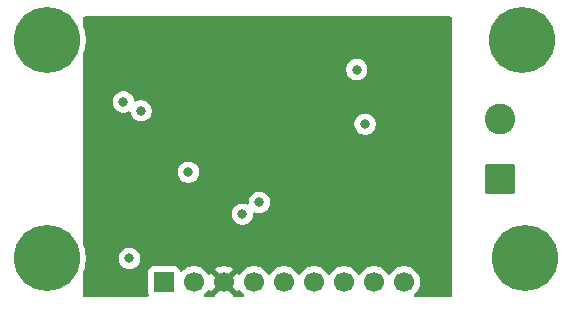
<source format=gbr>
%TF.GenerationSoftware,KiCad,Pcbnew,9.0.3*%
%TF.CreationDate,2025-12-07T20:25:51-06:00*%
%TF.ProjectId,VoltmeterFrontEnd_b,566f6c74-6d65-4746-9572-46726f6e7445,rev?*%
%TF.SameCoordinates,Original*%
%TF.FileFunction,Copper,L4,Bot*%
%TF.FilePolarity,Positive*%
%FSLAX46Y46*%
G04 Gerber Fmt 4.6, Leading zero omitted, Abs format (unit mm)*
G04 Created by KiCad (PCBNEW 9.0.3) date 2025-12-07 20:25:51*
%MOMM*%
%LPD*%
G01*
G04 APERTURE LIST*
G04 Aperture macros list*
%AMRoundRect*
0 Rectangle with rounded corners*
0 $1 Rounding radius*
0 $2 $3 $4 $5 $6 $7 $8 $9 X,Y pos of 4 corners*
0 Add a 4 corners polygon primitive as box body*
4,1,4,$2,$3,$4,$5,$6,$7,$8,$9,$2,$3,0*
0 Add four circle primitives for the rounded corners*
1,1,$1+$1,$2,$3*
1,1,$1+$1,$4,$5*
1,1,$1+$1,$6,$7*
1,1,$1+$1,$8,$9*
0 Add four rect primitives between the rounded corners*
20,1,$1+$1,$2,$3,$4,$5,0*
20,1,$1+$1,$4,$5,$6,$7,0*
20,1,$1+$1,$6,$7,$8,$9,0*
20,1,$1+$1,$8,$9,$2,$3,0*%
G04 Aperture macros list end*
%TA.AperFunction,ComponentPad*%
%ADD10C,1.700000*%
%TD*%
%TA.AperFunction,ComponentPad*%
%ADD11R,1.700000X1.700000*%
%TD*%
%TA.AperFunction,ConnectorPad*%
%ADD12C,5.600000*%
%TD*%
%TA.AperFunction,ComponentPad*%
%ADD13C,3.600000*%
%TD*%
%TA.AperFunction,ComponentPad*%
%ADD14RoundRect,0.250000X1.050000X-1.050000X1.050000X1.050000X-1.050000X1.050000X-1.050000X-1.050000X0*%
%TD*%
%TA.AperFunction,ComponentPad*%
%ADD15C,2.600000*%
%TD*%
%TA.AperFunction,ViaPad*%
%ADD16C,0.800000*%
%TD*%
G04 APERTURE END LIST*
D10*
%TO.P,J1,9,Pin_9*%
%TO.N,/ADC-1*%
X124250000Y-86000000D03*
%TO.P,J1,8,Pin_8*%
%TO.N,/V Ref to ADS-0*%
X121710000Y-86000000D03*
%TO.P,J1,7,Pin_7*%
%TO.N,unconnected-(J1-Pin_7-Pad7)*%
X119170000Y-86000000D03*
%TO.P,J1,6,Pin_6*%
%TO.N,unconnected-(J1-Pin_6-Pad6)*%
X116630000Y-86000000D03*
%TO.P,J1,5,Pin_5*%
%TO.N,unconnected-(J1-Pin_5-Pad5)*%
X114090000Y-86000000D03*
%TO.P,J1,4,Pin_4*%
%TO.N,MOSFET_Ctrl*%
X111550000Y-86000000D03*
%TO.P,J1,3,Pin_3*%
%TO.N,GND*%
X109010000Y-86000000D03*
%TO.P,J1,2,Pin_2*%
%TO.N,VDD*%
X106470000Y-86000000D03*
D11*
%TO.P,J1,1,Pin_1*%
%TO.N,+9V*%
X103930000Y-86000000D03*
%TD*%
D12*
%TO.P,H3,1*%
%TO.N,N/C*%
X134500000Y-84000000D03*
D13*
X134500000Y-84000000D03*
%TD*%
D12*
%TO.P,H4,1*%
%TO.N,N/C*%
X94000000Y-84000000D03*
D13*
X94000000Y-84000000D03*
%TD*%
D14*
%TO.P,J15,1,Pin_1*%
%TO.N,V_Input_REF*%
X132417500Y-77297000D03*
D15*
%TO.P,J15,2,Pin_2*%
%TO.N,V_Input_Float*%
X132417500Y-72217000D03*
%TD*%
D13*
%TO.P,H2,1*%
%TO.N,N/C*%
X134250000Y-65500000D03*
D12*
X134250000Y-65500000D03*
%TD*%
D13*
%TO.P,H1,1*%
%TO.N,N/C*%
X94000000Y-65500000D03*
D12*
X94000000Y-65500000D03*
%TD*%
D16*
%TO.N,VDD*%
X100500000Y-70750000D03*
X101000000Y-84000000D03*
%TO.N,GND*%
X101000000Y-77250000D03*
%TO.N,VDD*%
X120250000Y-68000000D03*
X112000000Y-79250000D03*
X106000000Y-76698843D03*
%TO.N,GND*%
X123086000Y-68000000D03*
X106750000Y-66000000D03*
X109000000Y-71500000D03*
X113481500Y-74002000D03*
%TO.N,/ADC-1*%
X120961000Y-72627000D03*
%TO.N,MOSFET_Ctrl*%
X102000000Y-71500000D03*
X110571000Y-80252000D03*
%TD*%
%TA.AperFunction,Conductor*%
%TO.N,GND*%
G36*
X128243039Y-63521685D02*
G01*
X128288794Y-63574489D01*
X128300000Y-63626000D01*
X128300000Y-87128000D01*
X128280315Y-87195039D01*
X128227511Y-87240794D01*
X128176000Y-87252000D01*
X125206012Y-87252000D01*
X125138973Y-87232315D01*
X125093218Y-87179511D01*
X125083274Y-87110353D01*
X125112299Y-87046797D01*
X125126497Y-87033766D01*
X125126079Y-87033276D01*
X125129786Y-87030108D01*
X125129792Y-87030104D01*
X125280104Y-86879792D01*
X125280106Y-86879788D01*
X125280109Y-86879786D01*
X125405048Y-86707820D01*
X125405047Y-86707820D01*
X125405051Y-86707816D01*
X125501557Y-86518412D01*
X125567246Y-86316243D01*
X125600500Y-86106287D01*
X125600500Y-85893713D01*
X125567246Y-85683757D01*
X125501557Y-85481588D01*
X125405051Y-85292184D01*
X125405049Y-85292181D01*
X125405048Y-85292179D01*
X125280109Y-85120213D01*
X125129786Y-84969890D01*
X124957820Y-84844951D01*
X124768414Y-84748444D01*
X124768413Y-84748443D01*
X124768412Y-84748443D01*
X124566243Y-84682754D01*
X124566241Y-84682753D01*
X124566240Y-84682753D01*
X124404957Y-84657208D01*
X124356287Y-84649500D01*
X124143713Y-84649500D01*
X124095042Y-84657208D01*
X123933760Y-84682753D01*
X123731585Y-84748444D01*
X123542179Y-84844951D01*
X123370213Y-84969890D01*
X123219890Y-85120213D01*
X123094949Y-85292182D01*
X123090484Y-85300946D01*
X123042509Y-85351742D01*
X122974688Y-85368536D01*
X122908553Y-85345998D01*
X122869516Y-85300946D01*
X122865050Y-85292182D01*
X122740109Y-85120213D01*
X122589786Y-84969890D01*
X122417820Y-84844951D01*
X122228414Y-84748444D01*
X122228413Y-84748443D01*
X122228412Y-84748443D01*
X122026243Y-84682754D01*
X122026241Y-84682753D01*
X122026240Y-84682753D01*
X121864957Y-84657208D01*
X121816287Y-84649500D01*
X121603713Y-84649500D01*
X121555042Y-84657208D01*
X121393760Y-84682753D01*
X121191585Y-84748444D01*
X121002179Y-84844951D01*
X120830213Y-84969890D01*
X120679890Y-85120213D01*
X120554949Y-85292182D01*
X120550484Y-85300946D01*
X120502509Y-85351742D01*
X120434688Y-85368536D01*
X120368553Y-85345998D01*
X120329516Y-85300946D01*
X120325050Y-85292182D01*
X120200109Y-85120213D01*
X120049786Y-84969890D01*
X119877820Y-84844951D01*
X119688414Y-84748444D01*
X119688413Y-84748443D01*
X119688412Y-84748443D01*
X119486243Y-84682754D01*
X119486241Y-84682753D01*
X119486240Y-84682753D01*
X119324957Y-84657208D01*
X119276287Y-84649500D01*
X119063713Y-84649500D01*
X119015042Y-84657208D01*
X118853760Y-84682753D01*
X118651585Y-84748444D01*
X118462179Y-84844951D01*
X118290213Y-84969890D01*
X118139890Y-85120213D01*
X118014949Y-85292182D01*
X118010484Y-85300946D01*
X117962509Y-85351742D01*
X117894688Y-85368536D01*
X117828553Y-85345998D01*
X117789516Y-85300946D01*
X117785050Y-85292182D01*
X117660109Y-85120213D01*
X117509786Y-84969890D01*
X117337820Y-84844951D01*
X117148414Y-84748444D01*
X117148413Y-84748443D01*
X117148412Y-84748443D01*
X116946243Y-84682754D01*
X116946241Y-84682753D01*
X116946240Y-84682753D01*
X116784957Y-84657208D01*
X116736287Y-84649500D01*
X116523713Y-84649500D01*
X116475042Y-84657208D01*
X116313760Y-84682753D01*
X116111585Y-84748444D01*
X115922179Y-84844951D01*
X115750213Y-84969890D01*
X115599890Y-85120213D01*
X115474949Y-85292182D01*
X115470484Y-85300946D01*
X115422509Y-85351742D01*
X115354688Y-85368536D01*
X115288553Y-85345998D01*
X115249516Y-85300946D01*
X115245050Y-85292182D01*
X115120109Y-85120213D01*
X114969786Y-84969890D01*
X114797820Y-84844951D01*
X114608414Y-84748444D01*
X114608413Y-84748443D01*
X114608412Y-84748443D01*
X114406243Y-84682754D01*
X114406241Y-84682753D01*
X114406240Y-84682753D01*
X114244957Y-84657208D01*
X114196287Y-84649500D01*
X113983713Y-84649500D01*
X113935042Y-84657208D01*
X113773760Y-84682753D01*
X113571585Y-84748444D01*
X113382179Y-84844951D01*
X113210213Y-84969890D01*
X113059890Y-85120213D01*
X112934949Y-85292182D01*
X112930484Y-85300946D01*
X112882509Y-85351742D01*
X112814688Y-85368536D01*
X112748553Y-85345998D01*
X112709516Y-85300946D01*
X112705050Y-85292182D01*
X112580109Y-85120213D01*
X112429786Y-84969890D01*
X112257820Y-84844951D01*
X112068414Y-84748444D01*
X112068413Y-84748443D01*
X112068412Y-84748443D01*
X111866243Y-84682754D01*
X111866241Y-84682753D01*
X111866240Y-84682753D01*
X111704957Y-84657208D01*
X111656287Y-84649500D01*
X111443713Y-84649500D01*
X111395042Y-84657208D01*
X111233760Y-84682753D01*
X111031585Y-84748444D01*
X110842179Y-84844951D01*
X110670213Y-84969890D01*
X110519890Y-85120213D01*
X110394949Y-85292182D01*
X110390202Y-85301499D01*
X110342227Y-85352293D01*
X110274405Y-85369087D01*
X110208271Y-85346548D01*
X110169234Y-85301495D01*
X110164626Y-85292452D01*
X110125270Y-85238282D01*
X110125269Y-85238282D01*
X109492962Y-85870590D01*
X109475925Y-85807007D01*
X109410099Y-85692993D01*
X109317007Y-85599901D01*
X109202993Y-85534075D01*
X109139409Y-85517037D01*
X109771716Y-84884728D01*
X109717550Y-84845375D01*
X109528217Y-84748904D01*
X109326129Y-84683242D01*
X109116246Y-84650000D01*
X108903754Y-84650000D01*
X108693872Y-84683242D01*
X108693869Y-84683242D01*
X108491782Y-84748904D01*
X108302439Y-84845380D01*
X108248282Y-84884727D01*
X108248282Y-84884728D01*
X108880591Y-85517037D01*
X108817007Y-85534075D01*
X108702993Y-85599901D01*
X108609901Y-85692993D01*
X108544075Y-85807007D01*
X108527037Y-85870591D01*
X107894728Y-85238282D01*
X107894727Y-85238282D01*
X107855380Y-85292440D01*
X107855376Y-85292446D01*
X107850760Y-85301505D01*
X107802781Y-85352297D01*
X107734959Y-85369087D01*
X107668826Y-85346543D01*
X107629794Y-85301493D01*
X107625051Y-85292184D01*
X107625049Y-85292181D01*
X107625048Y-85292179D01*
X107500109Y-85120213D01*
X107349786Y-84969890D01*
X107177820Y-84844951D01*
X106988414Y-84748444D01*
X106988413Y-84748443D01*
X106988412Y-84748443D01*
X106786243Y-84682754D01*
X106786241Y-84682753D01*
X106786240Y-84682753D01*
X106624957Y-84657208D01*
X106576287Y-84649500D01*
X106363713Y-84649500D01*
X106315042Y-84657208D01*
X106153760Y-84682753D01*
X105951585Y-84748444D01*
X105762179Y-84844951D01*
X105590215Y-84969889D01*
X105476673Y-85083431D01*
X105415350Y-85116915D01*
X105345658Y-85111931D01*
X105289725Y-85070059D01*
X105272810Y-85039082D01*
X105223797Y-84907671D01*
X105223793Y-84907664D01*
X105137547Y-84792455D01*
X105137544Y-84792452D01*
X105022335Y-84706206D01*
X105022328Y-84706202D01*
X104887482Y-84655908D01*
X104887483Y-84655908D01*
X104827883Y-84649501D01*
X104827881Y-84649500D01*
X104827873Y-84649500D01*
X104827864Y-84649500D01*
X103032129Y-84649500D01*
X103032123Y-84649501D01*
X102972516Y-84655908D01*
X102837671Y-84706202D01*
X102837664Y-84706206D01*
X102722455Y-84792452D01*
X102722452Y-84792455D01*
X102636206Y-84907664D01*
X102636202Y-84907671D01*
X102585908Y-85042517D01*
X102579501Y-85102116D01*
X102579500Y-85102135D01*
X102579500Y-86897870D01*
X102579501Y-86897876D01*
X102585908Y-86957483D01*
X102633345Y-87084667D01*
X102638329Y-87154359D01*
X102604844Y-87215682D01*
X102543520Y-87249166D01*
X102517163Y-87252000D01*
X97218000Y-87252000D01*
X97150961Y-87232315D01*
X97105206Y-87179511D01*
X97094000Y-87128000D01*
X97094000Y-85179710D01*
X97103439Y-85132256D01*
X97111314Y-85113246D01*
X97205449Y-84802923D01*
X97205451Y-84802913D01*
X97205454Y-84802902D01*
X97250977Y-84574038D01*
X97268714Y-84484868D01*
X97300500Y-84162143D01*
X97300500Y-83911304D01*
X100099500Y-83911304D01*
X100099500Y-84088695D01*
X100134103Y-84262658D01*
X100134106Y-84262667D01*
X100201983Y-84426540D01*
X100201990Y-84426553D01*
X100300535Y-84574034D01*
X100300538Y-84574038D01*
X100425961Y-84699461D01*
X100425965Y-84699464D01*
X100573446Y-84798009D01*
X100573459Y-84798016D01*
X100687796Y-84845375D01*
X100737334Y-84865894D01*
X100737336Y-84865894D01*
X100737341Y-84865896D01*
X100911304Y-84900499D01*
X100911307Y-84900500D01*
X100911309Y-84900500D01*
X101088693Y-84900500D01*
X101088694Y-84900499D01*
X101167987Y-84884727D01*
X101262658Y-84865896D01*
X101262661Y-84865894D01*
X101262666Y-84865894D01*
X101426547Y-84798013D01*
X101574035Y-84699464D01*
X101699464Y-84574035D01*
X101798013Y-84426547D01*
X101865894Y-84262666D01*
X101900500Y-84088691D01*
X101900500Y-83911309D01*
X101900500Y-83911306D01*
X101900499Y-83911304D01*
X101865896Y-83737341D01*
X101865893Y-83737332D01*
X101798016Y-83573459D01*
X101798009Y-83573446D01*
X101699464Y-83425965D01*
X101699461Y-83425961D01*
X101574038Y-83300538D01*
X101574034Y-83300535D01*
X101426553Y-83201990D01*
X101426540Y-83201983D01*
X101262667Y-83134106D01*
X101262658Y-83134103D01*
X101088694Y-83099500D01*
X101088691Y-83099500D01*
X100911309Y-83099500D01*
X100911306Y-83099500D01*
X100737341Y-83134103D01*
X100737332Y-83134106D01*
X100573459Y-83201983D01*
X100573446Y-83201990D01*
X100425965Y-83300535D01*
X100425961Y-83300538D01*
X100300538Y-83425961D01*
X100300535Y-83425965D01*
X100201990Y-83573446D01*
X100201983Y-83573459D01*
X100134106Y-83737332D01*
X100134103Y-83737341D01*
X100099500Y-83911304D01*
X97300500Y-83911304D01*
X97300500Y-83837857D01*
X97268714Y-83515132D01*
X97226029Y-83300538D01*
X97205454Y-83197097D01*
X97205451Y-83197086D01*
X97205450Y-83197083D01*
X97205449Y-83197077D01*
X97111314Y-82886754D01*
X97103439Y-82867741D01*
X97094000Y-82820289D01*
X97094000Y-80163304D01*
X109670500Y-80163304D01*
X109670500Y-80340695D01*
X109705103Y-80514658D01*
X109705106Y-80514667D01*
X109772983Y-80678540D01*
X109772990Y-80678553D01*
X109871535Y-80826034D01*
X109871538Y-80826038D01*
X109996961Y-80951461D01*
X109996965Y-80951464D01*
X110144446Y-81050009D01*
X110144459Y-81050016D01*
X110267363Y-81100923D01*
X110308334Y-81117894D01*
X110308336Y-81117894D01*
X110308341Y-81117896D01*
X110482304Y-81152499D01*
X110482307Y-81152500D01*
X110482309Y-81152500D01*
X110659693Y-81152500D01*
X110659694Y-81152499D01*
X110717682Y-81140964D01*
X110833658Y-81117896D01*
X110833661Y-81117894D01*
X110833666Y-81117894D01*
X110997547Y-81050013D01*
X111145035Y-80951464D01*
X111270464Y-80826035D01*
X111369013Y-80678547D01*
X111436894Y-80514666D01*
X111471500Y-80340691D01*
X111471500Y-80191361D01*
X111491185Y-80124322D01*
X111543989Y-80078567D01*
X111613147Y-80068623D01*
X111642951Y-80076799D01*
X111737334Y-80115894D01*
X111737336Y-80115894D01*
X111737341Y-80115896D01*
X111911304Y-80150499D01*
X111911307Y-80150500D01*
X111911309Y-80150500D01*
X112088693Y-80150500D01*
X112088694Y-80150499D01*
X112146682Y-80138964D01*
X112262658Y-80115896D01*
X112262661Y-80115894D01*
X112262666Y-80115894D01*
X112426547Y-80048013D01*
X112574035Y-79949464D01*
X112699464Y-79824035D01*
X112798013Y-79676547D01*
X112865894Y-79512666D01*
X112877566Y-79453990D01*
X112888964Y-79396682D01*
X112900500Y-79338691D01*
X112900500Y-79161309D01*
X112900500Y-79161306D01*
X112900499Y-79161304D01*
X112865896Y-78987341D01*
X112865893Y-78987332D01*
X112798016Y-78823459D01*
X112798009Y-78823446D01*
X112699464Y-78675965D01*
X112699461Y-78675961D01*
X112574038Y-78550538D01*
X112574034Y-78550535D01*
X112426553Y-78451990D01*
X112426540Y-78451983D01*
X112262667Y-78384106D01*
X112262658Y-78384103D01*
X112088694Y-78349500D01*
X112088691Y-78349500D01*
X111911309Y-78349500D01*
X111911306Y-78349500D01*
X111737341Y-78384103D01*
X111737332Y-78384106D01*
X111573459Y-78451983D01*
X111573446Y-78451990D01*
X111425965Y-78550535D01*
X111425961Y-78550538D01*
X111300538Y-78675961D01*
X111300535Y-78675965D01*
X111201990Y-78823446D01*
X111201983Y-78823459D01*
X111134106Y-78987332D01*
X111134103Y-78987341D01*
X111099500Y-79161304D01*
X111099500Y-79310638D01*
X111079815Y-79377677D01*
X111027011Y-79423432D01*
X110957853Y-79433376D01*
X110928049Y-79425200D01*
X110898685Y-79413037D01*
X110833666Y-79386106D01*
X110833662Y-79386105D01*
X110833658Y-79386103D01*
X110659694Y-79351500D01*
X110659691Y-79351500D01*
X110482309Y-79351500D01*
X110482306Y-79351500D01*
X110308341Y-79386103D01*
X110308332Y-79386106D01*
X110144459Y-79453983D01*
X110144446Y-79453990D01*
X109996965Y-79552535D01*
X109996961Y-79552538D01*
X109871538Y-79677961D01*
X109871535Y-79677965D01*
X109772990Y-79825446D01*
X109772983Y-79825459D01*
X109705106Y-79989332D01*
X109705103Y-79989341D01*
X109670500Y-80163304D01*
X97094000Y-80163304D01*
X97094000Y-76610147D01*
X105099500Y-76610147D01*
X105099500Y-76787538D01*
X105134103Y-76961501D01*
X105134106Y-76961510D01*
X105201983Y-77125383D01*
X105201990Y-77125396D01*
X105300535Y-77272877D01*
X105300538Y-77272881D01*
X105425961Y-77398304D01*
X105425965Y-77398307D01*
X105573446Y-77496852D01*
X105573459Y-77496859D01*
X105696363Y-77547766D01*
X105737334Y-77564737D01*
X105737336Y-77564737D01*
X105737341Y-77564739D01*
X105911304Y-77599342D01*
X105911307Y-77599343D01*
X105911309Y-77599343D01*
X106088693Y-77599343D01*
X106088694Y-77599342D01*
X106146682Y-77587807D01*
X106262658Y-77564739D01*
X106262661Y-77564737D01*
X106262666Y-77564737D01*
X106426547Y-77496856D01*
X106574035Y-77398307D01*
X106699464Y-77272878D01*
X106798013Y-77125390D01*
X106865894Y-76961509D01*
X106900500Y-76787534D01*
X106900500Y-76610152D01*
X106900500Y-76610149D01*
X106900499Y-76610147D01*
X106865896Y-76436184D01*
X106865893Y-76436175D01*
X106798016Y-76272302D01*
X106798009Y-76272289D01*
X106699464Y-76124808D01*
X106699461Y-76124804D01*
X106574038Y-75999381D01*
X106574034Y-75999378D01*
X106426553Y-75900833D01*
X106426540Y-75900826D01*
X106262667Y-75832949D01*
X106262658Y-75832946D01*
X106088694Y-75798343D01*
X106088691Y-75798343D01*
X105911309Y-75798343D01*
X105911306Y-75798343D01*
X105737341Y-75832946D01*
X105737332Y-75832949D01*
X105573459Y-75900826D01*
X105573446Y-75900833D01*
X105425965Y-75999378D01*
X105425961Y-75999381D01*
X105300538Y-76124804D01*
X105300535Y-76124808D01*
X105201990Y-76272289D01*
X105201983Y-76272302D01*
X105134106Y-76436175D01*
X105134103Y-76436184D01*
X105099500Y-76610147D01*
X97094000Y-76610147D01*
X97094000Y-72538304D01*
X120060500Y-72538304D01*
X120060500Y-72715695D01*
X120095103Y-72889658D01*
X120095106Y-72889667D01*
X120162983Y-73053540D01*
X120162990Y-73053553D01*
X120261535Y-73201034D01*
X120261538Y-73201038D01*
X120386961Y-73326461D01*
X120386965Y-73326464D01*
X120534446Y-73425009D01*
X120534459Y-73425016D01*
X120657363Y-73475923D01*
X120698334Y-73492894D01*
X120698336Y-73492894D01*
X120698341Y-73492896D01*
X120872304Y-73527499D01*
X120872307Y-73527500D01*
X120872309Y-73527500D01*
X121049693Y-73527500D01*
X121049694Y-73527499D01*
X121107682Y-73515964D01*
X121223658Y-73492896D01*
X121223661Y-73492894D01*
X121223666Y-73492894D01*
X121387547Y-73425013D01*
X121535035Y-73326464D01*
X121660464Y-73201035D01*
X121759013Y-73053547D01*
X121826894Y-72889666D01*
X121861500Y-72715691D01*
X121861500Y-72538309D01*
X121861500Y-72538306D01*
X121861499Y-72538304D01*
X121826896Y-72364341D01*
X121826893Y-72364332D01*
X121759016Y-72200459D01*
X121759009Y-72200446D01*
X121660464Y-72052965D01*
X121660461Y-72052961D01*
X121535038Y-71927538D01*
X121535034Y-71927535D01*
X121387553Y-71828990D01*
X121387540Y-71828983D01*
X121223667Y-71761106D01*
X121223658Y-71761103D01*
X121049694Y-71726500D01*
X121049691Y-71726500D01*
X120872309Y-71726500D01*
X120872306Y-71726500D01*
X120698341Y-71761103D01*
X120698332Y-71761106D01*
X120534459Y-71828983D01*
X120534446Y-71828990D01*
X120386965Y-71927535D01*
X120386961Y-71927538D01*
X120261538Y-72052961D01*
X120261535Y-72052965D01*
X120162990Y-72200446D01*
X120162983Y-72200459D01*
X120095106Y-72364332D01*
X120095103Y-72364341D01*
X120060500Y-72538304D01*
X97094000Y-72538304D01*
X97094000Y-70661304D01*
X99599500Y-70661304D01*
X99599500Y-70838695D01*
X99634103Y-71012658D01*
X99634106Y-71012667D01*
X99701983Y-71176540D01*
X99701990Y-71176553D01*
X99800535Y-71324034D01*
X99800538Y-71324038D01*
X99925961Y-71449461D01*
X99925965Y-71449464D01*
X100073446Y-71548009D01*
X100073459Y-71548016D01*
X100171659Y-71588691D01*
X100237334Y-71615894D01*
X100237336Y-71615894D01*
X100237341Y-71615896D01*
X100411304Y-71650499D01*
X100411307Y-71650500D01*
X100411309Y-71650500D01*
X100588693Y-71650500D01*
X100588694Y-71650499D01*
X100679972Y-71632343D01*
X100762658Y-71615896D01*
X100762661Y-71615894D01*
X100762666Y-71615894D01*
X100926547Y-71548013D01*
X100926552Y-71548009D01*
X100928111Y-71547177D01*
X100929027Y-71546986D01*
X100932176Y-71545682D01*
X100932423Y-71546279D01*
X100996513Y-71532935D01*
X101061757Y-71557934D01*
X101103128Y-71614239D01*
X101108182Y-71632343D01*
X101134104Y-71762659D01*
X101134106Y-71762667D01*
X101201983Y-71926540D01*
X101201990Y-71926553D01*
X101300535Y-72074034D01*
X101300538Y-72074038D01*
X101425961Y-72199461D01*
X101425965Y-72199464D01*
X101573446Y-72298009D01*
X101573459Y-72298016D01*
X101696363Y-72348923D01*
X101737334Y-72365894D01*
X101737336Y-72365894D01*
X101737341Y-72365896D01*
X101911304Y-72400499D01*
X101911307Y-72400500D01*
X101911309Y-72400500D01*
X102088693Y-72400500D01*
X102088694Y-72400499D01*
X102146682Y-72388964D01*
X102262658Y-72365896D01*
X102262661Y-72365894D01*
X102262666Y-72365894D01*
X102426547Y-72298013D01*
X102574035Y-72199464D01*
X102699464Y-72074035D01*
X102798013Y-71926547D01*
X102865894Y-71762666D01*
X102865894Y-71762661D01*
X102865896Y-71762658D01*
X102891817Y-71632343D01*
X102900500Y-71588691D01*
X102900500Y-71411309D01*
X102900500Y-71411306D01*
X102900499Y-71411304D01*
X102865896Y-71237341D01*
X102865893Y-71237332D01*
X102798016Y-71073459D01*
X102798009Y-71073446D01*
X102699464Y-70925965D01*
X102699461Y-70925961D01*
X102574038Y-70800538D01*
X102574034Y-70800535D01*
X102426553Y-70701990D01*
X102426540Y-70701983D01*
X102262667Y-70634106D01*
X102262658Y-70634103D01*
X102088694Y-70599500D01*
X102088691Y-70599500D01*
X101911309Y-70599500D01*
X101911306Y-70599500D01*
X101737341Y-70634103D01*
X101737332Y-70634106D01*
X101573450Y-70701987D01*
X101571870Y-70702832D01*
X101570949Y-70703023D01*
X101567824Y-70704318D01*
X101567578Y-70703724D01*
X101503465Y-70717063D01*
X101438225Y-70692052D01*
X101396863Y-70635740D01*
X101391817Y-70617655D01*
X101365896Y-70487341D01*
X101365893Y-70487332D01*
X101298016Y-70323459D01*
X101298009Y-70323446D01*
X101199464Y-70175965D01*
X101199461Y-70175961D01*
X101074038Y-70050538D01*
X101074034Y-70050535D01*
X100926553Y-69951990D01*
X100926540Y-69951983D01*
X100762667Y-69884106D01*
X100762658Y-69884103D01*
X100588694Y-69849500D01*
X100588691Y-69849500D01*
X100411309Y-69849500D01*
X100411306Y-69849500D01*
X100237341Y-69884103D01*
X100237332Y-69884106D01*
X100073459Y-69951983D01*
X100073446Y-69951990D01*
X99925965Y-70050535D01*
X99925961Y-70050538D01*
X99800538Y-70175961D01*
X99800535Y-70175965D01*
X99701990Y-70323446D01*
X99701983Y-70323459D01*
X99634106Y-70487332D01*
X99634103Y-70487341D01*
X99599500Y-70661304D01*
X97094000Y-70661304D01*
X97094000Y-67911304D01*
X119349500Y-67911304D01*
X119349500Y-68088695D01*
X119384103Y-68262658D01*
X119384106Y-68262667D01*
X119451983Y-68426540D01*
X119451990Y-68426553D01*
X119550535Y-68574034D01*
X119550538Y-68574038D01*
X119675961Y-68699461D01*
X119675965Y-68699464D01*
X119823446Y-68798009D01*
X119823459Y-68798016D01*
X119946363Y-68848923D01*
X119987334Y-68865894D01*
X119987336Y-68865894D01*
X119987341Y-68865896D01*
X120161304Y-68900499D01*
X120161307Y-68900500D01*
X120161309Y-68900500D01*
X120338693Y-68900500D01*
X120338694Y-68900499D01*
X120396682Y-68888964D01*
X120512658Y-68865896D01*
X120512661Y-68865894D01*
X120512666Y-68865894D01*
X120676547Y-68798013D01*
X120824035Y-68699464D01*
X120949464Y-68574035D01*
X121048013Y-68426547D01*
X121115894Y-68262666D01*
X121150500Y-68088691D01*
X121150500Y-67911309D01*
X121150500Y-67911306D01*
X121150499Y-67911304D01*
X121115896Y-67737341D01*
X121115893Y-67737332D01*
X121048016Y-67573459D01*
X121048009Y-67573446D01*
X120949464Y-67425965D01*
X120949461Y-67425961D01*
X120824038Y-67300538D01*
X120824034Y-67300535D01*
X120676553Y-67201990D01*
X120676540Y-67201983D01*
X120512667Y-67134106D01*
X120512658Y-67134103D01*
X120338694Y-67099500D01*
X120338691Y-67099500D01*
X120161309Y-67099500D01*
X120161306Y-67099500D01*
X119987341Y-67134103D01*
X119987332Y-67134106D01*
X119823459Y-67201983D01*
X119823446Y-67201990D01*
X119675965Y-67300535D01*
X119675961Y-67300538D01*
X119550538Y-67425961D01*
X119550535Y-67425965D01*
X119451990Y-67573446D01*
X119451983Y-67573459D01*
X119384106Y-67737332D01*
X119384103Y-67737341D01*
X119349500Y-67911304D01*
X97094000Y-67911304D01*
X97094000Y-66679710D01*
X97103439Y-66632256D01*
X97111314Y-66613246D01*
X97205449Y-66302923D01*
X97205451Y-66302913D01*
X97205454Y-66302902D01*
X97237399Y-66142295D01*
X97268714Y-65984868D01*
X97300500Y-65662143D01*
X97300500Y-65337857D01*
X97268714Y-65015132D01*
X97245122Y-64896528D01*
X97205454Y-64697097D01*
X97205451Y-64697086D01*
X97205450Y-64697083D01*
X97205449Y-64697077D01*
X97111314Y-64386754D01*
X97103439Y-64367741D01*
X97094000Y-64320289D01*
X97094000Y-63626000D01*
X97113685Y-63558961D01*
X97166489Y-63513206D01*
X97218000Y-63502000D01*
X128176000Y-63502000D01*
X128243039Y-63521685D01*
G37*
%TD.AperFunction*%
%TA.AperFunction,Conductor*%
G36*
X108544075Y-86192993D02*
G01*
X108609901Y-86307007D01*
X108702993Y-86400099D01*
X108817007Y-86465925D01*
X108880590Y-86482962D01*
X108248282Y-87115269D01*
X108248519Y-87118270D01*
X108234155Y-87186647D01*
X108185105Y-87236404D01*
X108124901Y-87252000D01*
X107426012Y-87252000D01*
X107358973Y-87232315D01*
X107313218Y-87179511D01*
X107303274Y-87110353D01*
X107332299Y-87046797D01*
X107346497Y-87033766D01*
X107346079Y-87033276D01*
X107349786Y-87030108D01*
X107349792Y-87030104D01*
X107500104Y-86879792D01*
X107500106Y-86879788D01*
X107500109Y-86879786D01*
X107585890Y-86761717D01*
X107625051Y-86707816D01*
X107629793Y-86698508D01*
X107677763Y-86647711D01*
X107745583Y-86630911D01*
X107811719Y-86653445D01*
X107850763Y-86698500D01*
X107855373Y-86707547D01*
X107894728Y-86761716D01*
X108527037Y-86129408D01*
X108544075Y-86192993D01*
G37*
%TD.AperFunction*%
%TA.AperFunction,Conductor*%
G36*
X110125270Y-86761717D02*
G01*
X110125270Y-86761716D01*
X110164622Y-86707555D01*
X110169232Y-86698507D01*
X110217205Y-86647709D01*
X110285025Y-86630912D01*
X110351161Y-86653447D01*
X110390204Y-86698504D01*
X110394949Y-86707817D01*
X110519890Y-86879786D01*
X110670209Y-87030105D01*
X110673921Y-87033276D01*
X110672483Y-87034958D01*
X110709539Y-87083010D01*
X110715519Y-87152624D01*
X110682913Y-87214419D01*
X110622075Y-87248777D01*
X110593988Y-87252000D01*
X109895099Y-87252000D01*
X109828060Y-87232315D01*
X109782305Y-87179511D01*
X109771481Y-87118272D01*
X109771717Y-87115270D01*
X109139408Y-86482962D01*
X109202993Y-86465925D01*
X109317007Y-86400099D01*
X109410099Y-86307007D01*
X109475925Y-86192993D01*
X109492962Y-86129408D01*
X110125270Y-86761717D01*
G37*
%TD.AperFunction*%
%TD*%
M02*

</source>
